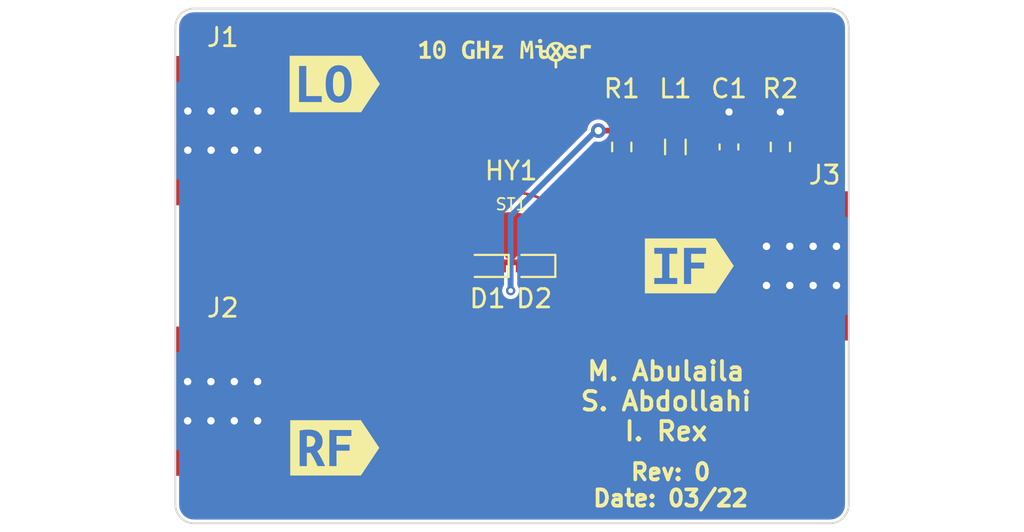
<source format=kicad_pcb>
(kicad_pcb (version 20211014) (generator pcbnew)
  (layers (0 "F.Cu" signal) (1 "In1.Cu" power) (2 "In2.Cu" power) (31 "B.Cu" signal) (34 "B.Paste" user) (35 "F.Paste" user) (36 "B.SilkS" user "B.Silkscreen") (37 "F.SilkS" user "F.Silkscreen") (38 "B.Mask" user) (39 "F.Mask" user) (44 "Edge.Cuts" user))
  (net 0 "")
  (net 1 "/IF_FILTERED")
  (net 2 "GND")
  (net 3 "/IF_UNFILTERED")
  (net 4 "/SUM")
  (net 5 "/DIFF")
  (net 6 "/RF")
  (net 7 "/LO")
  (net 8 "Net-(L1-Pad1)")
  (footprint "irex_Connector_Coaxial:SMA_Cinch_142-0761-861_EdgeMount" (layer "F.Cu") (at 78.221688 111.76 90)
    (fp_text reference "J2" (at 5.08 2.042312 unlocked) (layer "F.SilkS"))
    (fp_text value "SMA")
    (pad "1" smd rect (at 0 0 90) (size 0.508 1.016) (layers "F.Cu" "F.Mask") (net 6 "/RF"))
    (pad "2" thru_hole circle (at 1.0668 3.937 90) (size 0.762 0.762) (drill 0.4064) (layers *.Cu "F.Mask") (net 2 "GND"))
    (pad "2" smd rect (at 0 0.381 90) (size 5.334 1.778) (layers "B.Cu" "B.Mask") (net 2 "GND"))
    (pad "2" thru_hole circle (at -1.0668 0.127 90) (size 0.762 0.762) (drill 0.4064) (layers *.Cu *.Mask) (net 2 "GND"))
    (pad "2" thru_hole circle (at -1.0668 1.397 90) (size 0.762 0.762) (drill 0.4064) (layers *.Cu "F.Mask") (net 2 "GND"))
    (pad "2" smd rect (at 2.34061 2.2606 90) (size 3.44932 5.5372) (layers "F.Cu" "F.Mask") (net 2 "GND"))
    (pad "2" thru_hole circle (at -1.0668 2.667 90) (size 0.762 0.762) (drill 0.4064) (layers *.Cu "F.Mask") (net 2 "GND"))
    (pad "2" smd rect (at -2.34061 2.2606 90) (size 3.44932 5.5372) (layers "F.Cu" "F.Mask") (net 2 "GND"))
    (pad "2" thru_hole circle (at -1.0668 3.937 90) (size 0.762 0.762) (drill 0.4064) (layers *.Cu "F.Mask") (net 2 "GND"))
    (pad "2" thru_hole circle (at 1.0668 1.397 90) (size 0.762 0.762) (drill 0.4064) (layers *.Cu "F.Mask") (net 2 "GND"))
    (pad "2" thru_hole circle (at 1.0668 2.667 90) (size 0.762 0.762) (drill 0.4064) (layers *.Cu "F.Mask") (net 2 "GND"))
    (pad "2" thru_hole circle (at 1.0668 0.127 90) (size 0.762 0.762) (drill 0.4064) (layers *.Cu *.Mask) (net 2 "GND"))
  )
  (footprint "Geometries_MLIN:RadialStub_L99.00mils_TraceWidth13.50mils_Angle80deg" (layer "F.Cu") (at 95.9485 104.047925)
    (fp_text reference "ST1" (at 0.0127 -3.006725) (layer "F.SilkS") (effects (font (size 0.635 0.635) (thickness 0.09525))))
    (fp_text value "10GHz GND" hide)
    (pad "1" smd custom locked (at 0 -0.085725) (size 0.3429 0.17145) (layers "F.Cu") (net 3 "/IF_UNFILTERED") (options (clearance outline) (anchor rect)) (primitives (gr_poly (pts (xy -0.17145 0.085725) (xy -1.787804 -1.84057) (xy -1.634824 -1.960091) (xy -1.47388 -2.068649) (xy -1.305755 -2.165716) (xy -1.131268 -2.250819) (xy -0.95127 -2.323543) (xy -0.766638 -2.383534) (xy -0.578271 -2.430499) (xy -0.387086 -2.46421) (xy -0.194016 -2.484503) (xy 0 -2.491278) (xy 0.194016 -2.484503) (xy 0.387086 -2.46421) (xy 0.578271 -2.430499) (xy 0.766638 -2.383534) (xy 0.95127 -2.323543) (xy 1.131268 -2.250819) (xy 1.305755 -2.165716) (xy 1.47388 -2.068649) (xy 1.634824 -1.960091) (xy 1.787804 -1.84057) (xy 0.17145 0.085725)) (width 0) (fill yes))))
  )
  (footprint "kibuzzard-623945C3" (layer "F.Cu") (at 95.631 92.583)
    (fp_text reference "kibuzzard-623945C3" hide)
    (fp_text value "G***" hide)
    (fp_poly (pts (xy -0.870744 -0.450056) (xy -0.870744 0.532606) (xy -1.066006 0.532606) (xy -1.066006 0.099219) (xy -1.326356 0.099219) (xy -1.326356 0.532606) (xy -1.521619 0.532606) (xy -1.521619 -0.450056) (xy -1.326356 -0.450056) (xy -1.326356 -0.062706) (xy -1.066006 -0.062706) (xy -1.066006 -0.450056) (xy -0.870744 -0.450056)) (layer "F.SilkS") (width 0) (fill solid))
    (fp_poly (pts (xy 2.323306 0.500856) (xy 2.2098 0.53975) (xy 2.112169 0.550069) (xy 2.04212 0.544513) (xy 1.984375 0.527844) (xy 1.901825 0.46355) (xy 1.858169 0.361156) (xy 1.848644 0.296466) (xy 1.845469 0.223044) (xy 1.845469 -0.051594) (xy 1.639094 -0.051594) (xy 1.639094 -0.213519) (xy 2.040731 -0.213519) (xy 2.040731 0.248444) (xy 2.065338 0.347663) (xy 2.147094 0.380206) (xy 2.212181 0.373063) (xy 2.297906 0.343694) (xy 2.323306 0.500856)) (layer "F.SilkS") (width 0) (fill solid))
    (fp_poly (pts (xy 3.218656 0.165894) (xy 3.718719 0.088106) (xy 3.710781 0.030163) (xy 3.685381 -0.019844) (xy 3.640931 -0.055563) (xy 3.574256 -0.069056) (xy 3.508375 -0.056356) (xy 3.462338 -0.021431) (xy 3.433763 0.029369) (xy 3.420269 0.088106) (xy 3.718719 0.088106) (xy 3.218656 0.165894) (xy 3.226197 0.073422) (xy 3.248819 -0.007144) (xy 3.283744 -0.075605) (xy 3.328194 -0.131763) (xy 3.380978 -0.175617) (xy 3.440906 -0.207169) (xy 3.5052 -0.226219) (xy 3.571081 -0.232569) (xy 3.672328 -0.221721) (xy 3.755937 -0.189177) (xy 3.821906 -0.134938) (xy 3.869531 -0.059884) (xy 3.898106 0.035101) (xy 3.907631 0.150019) (xy 3.906838 0.189706) (xy 3.904456 0.223044) (xy 3.420269 0.223044) (xy 3.43535 0.28833) (xy 3.480594 0.338138) (xy 3.54965 0.369689) (xy 3.636169 0.380206) (xy 3.748088 0.367506) (xy 3.837781 0.342106) (xy 3.864769 0.508794) (xy 3.756819 0.538163) (xy 3.628231 0.550069) (xy 3.537942 0.543917) (xy 3.457575 0.525463) (xy 3.387725 0.494903) (xy 3.328988 0.452438) (xy 3.281958 0.398264) (xy 3.247231 0.332581) (xy 3.2258 0.255191) (xy 3.218656 0.165894)) (layer "F.SilkS") (width 0) (fill solid))
    (fp_poly (pts (xy 2.778919 0.019844) (xy 2.931319 -0.213519) (xy 3.129756 -0.213519) (xy 2.888456 0.145256) (xy 2.963069 0.242888) (xy 3.032919 0.346869) (xy 3.093244 0.446881) (xy 3.139281 0.532606) (xy 2.936081 0.532606) (xy 2.893219 0.456009) (xy 2.850356 0.388144) (xy 2.808684 0.327819) (xy 2.769394 0.273844) (xy 2.72415 0.33655) (xy 2.683669 0.397669) (xy 2.645172 0.461566) (xy 2.605881 0.532606) (xy 2.407444 0.532606) (xy 2.462213 0.439738) (xy 2.5273 0.341313) (xy 2.598738 0.242094) (xy 2.670969 0.148431) (xy 2.409031 -0.213519) (xy 2.613819 -0.213519) (xy 2.778919 0.019844)) (layer "F.SilkS") (width 0) (fill solid))
    (fp_poly (pts (xy -4.429919 0.370681) (xy -4.429919 -0.178594) (xy -4.531519 -0.122238) (xy -4.628356 -0.083344) (xy -4.691856 -0.245269) (xy -4.609306 -0.281781) (xy -4.520406 -0.330994) (xy -4.436269 -0.388144) (xy -4.368006 -0.450056) (xy -4.234656 -0.450056) (xy -4.234656 0.370681) (xy -4.039394 0.370681) (xy -4.039394 0.532606) (xy -4.636294 0.532606) (xy -4.636294 0.370681) (xy -4.429919 0.370681)) (layer "F.SilkS") (width 0) (fill solid))
    (fp_poly (pts (xy -0.123031 -0.070644) (xy -0.186531 0.004763) (xy -0.229592 0.057745) (xy -0.276225 0.116681) (xy -0.324644 0.179983) (xy -0.373063 0.246063) (xy -0.418902 0.310952) (xy -0.459581 0.370681) (xy -0.107156 0.370681) (xy -0.107156 0.532606) (xy -0.692944 0.532606) (xy -0.692944 0.413544) (xy -0.654844 0.352425) (xy -0.613569 0.289719) (xy -0.570706 0.226814) (xy -0.527844 0.1651) (xy -0.485378 0.10537) (xy -0.443706 0.048419) (xy -0.369094 -0.051594) (xy -0.677069 -0.051594) (xy -0.677069 -0.213519) (xy -0.123031 -0.213519) (xy -0.123031 -0.070644)) (layer "F.SilkS") (width 0) (fill solid))
    (fp_poly (pts (xy -3.488531 0.023019) (xy -3.513138 0.096838) (xy -3.575844 0.127794) (xy -3.640931 0.096838) (xy -3.664744 0.023019) (xy -3.640931 -0.051594) (xy -3.575844 -0.083344) (xy -3.513138 -0.051594) (xy -3.488531 0.023019)) (layer "F.SilkS") (width 0) (fill solid))
    (fp_poly (pts (xy -1.891506 -0.302419) (xy -2.008981 -0.277019) (xy -2.087563 -0.206375) (xy -2.132013 -0.098425) (xy -2.142133 -0.032345) (xy -2.145506 0.040481) (xy -2.139333 0.147638) (xy -2.120812 0.234156) (xy -2.089944 0.300038) (xy -2.021284 0.362545) (xy -1.926431 0.383381) (xy -1.888331 0.381794) (xy -1.850231 0.377031) (xy -1.850231 0.018256) (xy -1.654969 0.018256) (xy -1.654969 0.508794) (xy -1.763713 0.537369) (xy -1.84527 0.549275) (xy -1.942306 0.553244) (xy -2.029817 0.545108) (xy -2.1082 0.5207) (xy -2.176661 0.480219) (xy -2.234406 0.423863) (xy -2.280841 0.351631) (xy -2.315369 0.263525) (xy -2.3368 0.159742) (xy -2.343944 0.040481) (xy -2.335609 -0.077589) (xy -2.310606 -0.180975) (xy -2.271316 -0.26928) (xy -2.220119 -0.342106) (xy -2.157809 -0.399058) (xy -2.085181 -0.439738) (xy -2.004616 -0.464145) (xy -1.918494 -0.472281) (xy -1.8161 -0.46355) (xy -1.737519 -0.443706) (xy -1.68275 -0.419894) (xy -1.650206 -0.400844) (xy -1.701006 -0.245269) (xy -1.786731 -0.284956) (xy -1.891506 -0.302419)) (layer "F.SilkS") (width 0) (fill solid))
    (fp_poly (pts (xy 1.043781 -0.450056) (xy 1.071563 -0.364331) (xy 1.107281 -0.251619) (xy 1.145381 -0.129381) (xy 1.181894 -0.015081) (xy 1.221581 -0.136525) (xy 1.261269 -0.257175) (xy 1.296194 -0.365919) (xy 1.324769 -0.450056) (xy 1.486694 -0.450056) (xy 1.497608 -0.323056) (xy 1.508125 -0.199231) (xy 1.51765 -0.077589) (xy 1.525588 0.042863) (xy 1.532136 0.163116) (xy 1.537494 0.284163) (xy 1.541859 0.406995) (xy 1.545431 0.532606) (xy 1.366044 0.532606) (xy 1.375569 -0.230981) (xy 1.254919 0.184944) (xy 1.112044 0.184944) (xy 0.996156 -0.230981) (xy 1.004094 0.532606) (xy 0.824706 0.532606) (xy 0.829667 0.409575) (xy 0.835025 0.281781) (xy 0.84078 0.152003) (xy 0.846931 0.023019) (xy 0.853877 -0.103584) (xy 0.862013 -0.226219) (xy 0.871339 -0.342503) (xy 0.881856 -0.450056) (xy 1.043781 -0.450056)) (layer "F.SilkS") (width 0) (fill solid))
    (fp_poly (pts (xy 4.656931 -0.015081) (xy 4.611688 -0.024606) (xy 4.558506 -0.033338) (xy 4.506119 -0.038894) (xy 4.463256 -0.040481) (xy 4.382294 -0.036513) (xy 4.301331 -0.021431) (xy 4.301331 0.532606) (xy 4.104481 0.532606) (xy 4.104481 -0.164306) (xy 4.183261 -0.190103) (xy 4.264025 -0.210344) (xy 4.352727 -0.223441) (xy 4.455319 -0.227806) (xy 4.500563 -0.226219) (xy 4.563269 -0.220663) (xy 4.630738 -0.211138) (xy 4.691856 -0.196056) (xy 4.656931 -0.015081)) (layer "F.SilkS") (width 0) (fill solid))
    (fp_poly (pts (xy 2.032794 -0.427831) (xy 1.996281 -0.337344) (xy 1.908969 -0.304006) (xy 1.82245 -0.337344) (xy 1.786731 -0.427831) (xy 1.82245 -0.519906) (xy 1.908969 -0.553244) (xy 1.996281 -0.519906) (xy 2.032794 -0.427831)) (layer "F.SilkS") (width 0) (fill solid))
    (fp_poly (pts (xy -3.236119 0.038894) (xy -3.412331 0.038894) (xy -3.417006 -0.064382) (xy -3.431028 -0.149842) (xy -3.4544 -0.217488) (xy -3.506192 -0.283567) (xy -3.577431 -0.305594) (xy -3.647678 -0.283567) (xy -3.699669 -0.217488) (xy -3.723481 -0.149842) (xy -3.737769 -0.064382) (xy -3.742531 0.038894) (xy -3.737769 0.143051) (xy -3.723481 0.229041) (xy -3.699669 0.296863) (xy -3.647678 0.362942) (xy -3.577431 0.384969) (xy -3.506192 0.362942) (xy -3.4544 0.296863) (xy -3.431028 0.229041) (xy -3.417006 0.143051) (xy -3.412331 0.038894) (xy -3.236119 0.038894) (xy -3.241576 0.160734) (xy -3.257947 0.265906) (xy -3.285232 0.354409) (xy -3.323431 0.426244) (xy -3.390459 0.496799) (xy -3.475126 0.539133) (xy -3.577431 0.553244) (xy -3.679737 0.539133) (xy -3.764403 0.496799) (xy -3.831431 0.426244) (xy -3.86963 0.354409) (xy -3.896916 0.265906) (xy -3.913287 0.160734) (xy -3.918744 0.038894) (xy -3.913188 -0.081558) (xy -3.896519 -0.185738) (xy -3.868738 -0.273645) (xy -3.829844 -0.345281) (xy -3.762287 -0.415837) (xy -3.678149 -0.45817) (xy -3.577431 -0.472281) (xy -3.475126 -0.458258) (xy -3.390459 -0.41619) (xy -3.323431 -0.346075) (xy -3.285232 -0.274687) (xy -3.257947 -0.18673) (xy -3.241576 -0.082203) (xy -3.236119 0.038894)) (layer "F.SilkS") (width 0) (fill solid))
  )
  (footprint "Capacitor_SMD:C_0603_1608Metric" (layer "F.Cu") (at 107.823 97.917 90)
    (fp_text reference "C1" (at 3.175 0.004668 180) (layer "F.SilkS"))
    (fp_text value "C")
    (fp_line (start -0.14058 -0.51) (end 0.14058 -0.51) (layer "F.SilkS") (width 0.12))
    (fp_line (start -0.14058 0.51) (end 0.14058 0.51) (layer "F.SilkS") (width 0.12))
    (pad "1" smd roundrect (at -0.775 0 90) (size 0.9 0.95) (layers "F.Cu" "F.Paste" "F.Mask") (net 1 "/IF_FILTERED"))
    (pad "2" smd roundrect (at 0.775 0 90) (size 0.9 0.95) (layers "F.Cu" "F.Paste" "F.Mask") (net 2 "GND"))
  )
  (footprint "irex_Connector_Coaxial:SMA_Cinch_142-0761-861_EdgeMount" (layer "F.Cu") (at 78.232 97.028 90)
    (fp_text reference "J1" (at 5.08 2.032 unlocked) (layer "F.SilkS"))
    (fp_text value "SMA")
    (pad "1" smd rect (at 0 0 90) (size 0.508 1.016) (layers "F.Cu" "F.Mask") (net 7 "/LO"))
    (pad "2" smd rect (at 2.34061 2.2606 90) (size 3.44932 5.5372) (layers "F.Cu" "F.Mask") (net 2 "GND"))
    (pad "2" thru_hole circle (at 1.0668 2.667 90) (size 0.762 0.762) (drill 0.4064) (layers *.Cu "F.Mask") (net 2 "GND"))
    (pad "2" thru_hole circle (at 1.0668 1.397 90) (size 0.762 0.762) (drill 0.4064) (layers *.Cu "F.Mask") (net 2 "GND"))
    (pad "2" thru_hole circle (at 1.0668 0.127 90) (size 0.762 0.762) (drill 0.4064) (layers *.Cu *.Mask) (net 2 "GND"))
    (pad "2" smd rect (at -2.34061 2.2606 90) (size 3.44932 5.5372) (layers "F.Cu" "F.Mask") (net 2 "GND"))
    (pad "2" thru_hole circle (at -1.0668 3.937 90) (size 0.762 0.762) (drill 0.4064) (layers *.Cu "F.Mask") (net 2 "GND"))
    (pad "2" thru_hole circle (at -1.0668 2.667 90) (size 0.762 0.762) (drill 0.4064) (layers *.Cu "F.Mask") (net 2 "GND"))
    (pad "2" thru_hole circle (at -1.0668 0.127 90) (size 0.762 0.762) (drill 0.4064) (layers *.Cu *.Mask) (net 2 "GND"))
    (pad "2" thru_hole circle (at -1.0668 1.397 90) (size 0.762 0.762) (drill 0.4064) (layers *.Cu "F.Mask") (net 2 "GND"))
    (pad "2" smd rect (at 0 0.381 90) (size 5.334 1.778) (layers "B.Cu" "B.Mask") (net 2 "GND"))
    (pad "2" thru_hole circle (at 1.0668 3.937 90) (size 0.762 0.762) (drill 0.4064) (layers *.Cu "F.Mask") (net 2 "GND"))
  )
  (footprint "Diode_SMD:D_SOD-523" (layer "F.Cu") (at 97.2185 104.394 180)
    (fp_text reference "D2" (at 0 -1.778) (layer "F.SilkS"))
    (fp_text value "SMS7621-079LF")
    (fp_line (start 0.7 0.6) (end -1.15 0.6) (layer "F.SilkS") (width 0.12))
    (fp_line (start -1.15 -0.6) (end -1.15 0.6) (layer "F.SilkS") (width 0.12))
    (fp_line (start 0.7 -0.6) (end -1.15 -0.6) (layer "F.SilkS") (width 0.12))
    (pad "1" smd rect (at -0.7 0) (size 0.6 0.7) (layers "F.Cu" "F.Paste" "F.Mask") (net 5 "/DIFF"))
    (pad "2" smd rect (at 0.7 0) (size 0.6 0.7) (layers "F.Cu" "F.Paste" "F.Mask") (net 3 "/IF_UNFILTERED"))
  )
  (footprint "Geometries_MLIN:RatRaceCoupler_Radius158.00mils_TraceWidth5.90mils" (layer "F.Cu") (at 95.9485 104.394 -30)
    (fp_text reference "HY1" (at -2.579801 -4.493747) (layer "F.SilkS"))
    (fp_text value "10GHz Rat Race")
    (fp_circle (center 0 0) (end 4.0132 0) (layer "F.Cu") (width 0.14986) (fill none))
    (pad "1" smd circle locked (at -4.0132 0 330) (size 0.14986 0.14986) (layers "F.Cu") (net 7 "/LO"))
    (pad "2" smd circle locked (at -2.0066 3.475533 330) (size 0.14986 0.14986) (layers "F.Cu") (net 4 "/SUM"))
    (pad "3" smd circle locked (at 2.0066 3.475533 330) (size 0.14986 0.14986) (layers "F.Cu") (net 6 "/RF"))
    (pad "4" smd circle locked (at 4.0132 0 330) (size 0.14986 0.14986) (layers "F.Cu") (net 5 "/DIFF"))
  )
  (footprint "kibuzzard-623F2807" (layer "F.Cu") (at 86.36 114.3)
    (fp_text reference "kibuzzard-623F2807" hide)
    (fp_text value "G***" hide)
    (fp_poly (pts (xy -1.911835 -1.506405) (xy -1.403835 -0.993775) (xy -1.243498 -0.98425) (xy -1.099035 -0.955675) (xy -0.972035 -0.907256) (xy -0.864085 -0.8382) (xy -0.713273 -0.636588) (xy -0.673982 -0.503634) (xy -0.660885 -0.34925) (xy -0.678348 -0.185738) (xy -0.730735 -0.0381) (xy -0.823604 0.084931) (xy -0.96251 0.174625) (xy -0.29576 0.993775) (xy -0.29576 -0.97155) (xy 0.907565 -0.97155) (xy 0.907565 -0.6477) (xy 0.094765 -0.6477) (xy 0.094765 -0.17145) (xy 0.805965 -0.17145) (xy 0.805965 0.1524) (xy 0.094765 0.1524) (xy 0.094765 0.993775) (xy -0.29576 0.993775) (xy -0.96251 0.174625) (xy -0.84821 0.357188) (xy -0.730735 0.566738) (xy -0.621198 0.785813) (xy -0.53071 0.993775) (xy -0.940285 0.993775) (xy -1.019263 0.806847) (xy -1.110148 0.627063) (xy -1.210557 0.449659) (xy -1.31811 0.269875) (xy -1.52131 0.269875) (xy -1.52131 0.993775) (xy -1.911835 0.993775) (xy -1.911835 -0.942975) (xy -1.786423 -0.966788) (xy -1.64831 -0.982663) (xy -1.51496 -0.9906) (xy -1.403835 -0.993775) (xy -1.911835 -1.506405) (xy -2.424465 -1.506405) (xy -2.424465 1.506405) (xy -1.911835 1.506405) (xy 0.907565 1.506405) (xy 1.420195 1.506405) (xy 2.424465 0) (xy 1.420195 -1.506405) (xy 0.907565 -1.506405) (xy -1.911835 -1.506405)) (layer "F.SilkS") (width 0) (fill solid))
    (fp_poly (pts (xy -1.05776 -0.352425) (xy -1.081573 -0.487363) (xy -1.15301 -0.581025) (xy -1.263341 -0.635794) (xy -1.403835 -0.65405) (xy -1.45781 -0.652463) (xy -1.52131 -0.644525) (xy -1.52131 -0.053975) (xy -1.435585 -0.053975) (xy -1.263341 -0.073422) (xy -1.14666 -0.131763) (xy -1.05776 -0.352425)) (layer "F.SilkS") (width 0) (fill solid))
  )
  (footprint "kibuzzard-62394568" (layer "F.Cu") (at 105.664 104.394)
    (fp_text reference "kibuzzard-62394568" hide)
    (fp_text value "G***" hide)
    (fp_poly (pts (xy -1.908131 -1.495293) (xy -1.908131 -0.982663) (xy -0.660356 -0.982663) (xy -0.660356 -0.658813) (xy -1.085806 -0.658813) (xy -1.085806 0.658813) (xy -0.660356 0.658813) (xy -0.292056 0.982663) (xy -0.292056 -0.982663) (xy 0.911269 -0.982663) (xy 0.911269 -0.658813) (xy 0.098469 -0.658813) (xy 0.098469 -0.182563) (xy 0.809669 -0.182563) (xy 0.809669 0.141288) (xy 0.098469 0.141288) (xy 0.098469 0.982663) (xy -0.292056 0.982663) (xy -0.660356 0.658813) (xy -0.660356 0.982663) (xy -1.908131 0.982663) (xy -1.908131 0.658813) (xy -1.479506 0.658813) (xy -1.479506 -0.658813) (xy -1.908131 -0.658813) (xy -1.908131 -0.982663) (xy -1.908131 -1.495293) (xy -2.420761 -1.495293) (xy -2.420761 1.495293) (xy -1.908131 1.495293) (xy 0.911269 1.495293) (xy 1.423899 1.495293) (xy 2.420761 0) (xy 1.423899 -1.495293) (xy 0.911269 -1.495293) (xy -1.908131 -1.495293)) (layer "F.SilkS") (width 0) (fill solid))
  )
  (footprint "Resistor_SMD:R_0603_1608Metric" (layer "F.Cu") (at 101.985668 97.917 -90)
    (fp_text reference "R1" (at -3.175 0 180) (layer "F.SilkS"))
    (fp_text value "R")
    (fp_line (start -0.237258 -0.5225) (end 0.237258 -0.5225) (layer "F.SilkS") (width 0.12))
    (fp_line (start -0.237258 0.5225) (end 0.237258 0.5225) (layer "F.SilkS") (width 0.12))
    (pad "1" smd roundrect (at -0.825 0 270) (size 0.8 0.95) (layers "F.Cu" "F.Paste" "F.Mask") (net 3 "/IF_UNFILTERED"))
    (pad "2" smd roundrect (at 0.825 0 270) (size 0.8 0.95) (layers "F.Cu" "F.Paste" "F.Mask") (net 8 "Net-(L1-Pad1)"))
  )
  (footprint "Resistor_SMD:R_0603_1608Metric" (layer "F.Cu") (at 110.621668 97.917 -90)
    (fp_text reference "R2" (at -3.175 0 180) (layer "F.SilkS"))
    (fp_text value "R")
    (fp_line (start -0.237258 0.5225) (end 0.237258 0.5225) (layer "F.SilkS") (width 0.12))
    (fp_line (start -0.237258 -0.5225) (end 0.237258 -0.5225) (layer "F.SilkS") (width 0.12))
    (pad "1" smd roundrect (at -0.825 0 270) (size 0.8 0.95) (layers "F.Cu" "F.Paste" "F.Mask") (net 2 "GND"))
    (pad "2" smd roundrect (at 0.825 0 270) (size 0.8 0.95) (layers "F.Cu" "F.Paste" "F.Mask") (net 1 "/IF_FILTERED"))
  )
  (footprint "Diode_SMD:D_SOD-523" (layer "F.Cu") (at 94.6785 104.394 180)
    (fp_text reference "D1" (at 0 -1.778) (layer "F.SilkS"))
    (fp_text value "SMS7621-079LF")
    (fp_line (start 0.7 -0.6) (end -1.15 -0.6) (layer "F.SilkS") (width 0.12))
    (fp_line (start 0.7 0.6) (end -1.15 0.6) (layer "F.SilkS") (width 0.12))
    (fp_line (start -1.15 -0.6) (end -1.15 0.6) (layer "F.SilkS") (width 0.12))
    (pad "1" smd rect (at -0.7 0) (size 0.6 0.7) (layers "F.Cu" "F.Paste" "F.Mask") (net 3 "/IF_UNFILTERED"))
    (pad "2" smd rect (at 0.7 0) (size 0.6 0.7) (layers "F.Cu" "F.Paste" "F.Mask") (net 4 "/SUM"))
  )
  (footprint "Inductor_SMD:L_0805_2012Metric" (layer "F.Cu") (at 104.904334 97.917 -90)
    (fp_text reference "L1" (at -3.175 -0.002334 180) (layer "F.SilkS"))
    (fp_text value "L")
    (fp_line (start -0.399622 -0.56) (end 0.399622 -0.56) (layer "F.SilkS") (width 0.12))
    (fp_line (start -0.399622 0.56) (end 0.399622 0.56) (layer "F.SilkS") (width 0.12))
    (pad "1" smd roundrect (at -1.0625 0 270) (size 0.875 1.2) (layers "F.Cu" "F.Paste" "F.Mask") (net 8 "Net-(L1-Pad1)"))
    (pad "2" smd roundrect (at 1.0625 0 270) (size 0.875 1.2) (layers "F.Cu" "F.Paste" "F.Mask") (net 1 "/IF_FILTERED"))
  )
  (footprint "kibuzzard-623F27F5" (layer "F.Cu") (at 86.36 94.488)
    (fp_text reference "kibuzzard-623F27F5" hide)
    (fp_text value "G***" hide)
    (fp_poly (pts (xy -0.099968 0) (xy -0.09719 0.138509) (xy -0.088856 0.268288) (xy -0.044406 0.485775) (xy 0.049257 0.631825) (xy 0.211182 0.6858) (xy 0.371519 0.631825) (xy 0.466769 0.484188) (xy 0.511219 0.2667) (xy 0.519553 0.138113) (xy 0.522332 0) (xy 0.519553 -0.138509) (xy 0.511219 -0.268288) (xy 0.466769 -0.485775) (xy 0.373107 -0.631825) (xy 0.211182 -0.6858) (xy 0.049257 -0.631825) (xy -0.044406 -0.484188) (xy -0.088856 -0.2667) (xy -0.09719 -0.138113) (xy -0.099968 0)) (layer "F.SilkS") (width 0) (fill solid))
    (fp_poly (pts (xy -1.944643 -1.538155) (xy -1.944643 -0.981075) (xy -1.550943 -0.981075) (xy -1.550943 0.6604) (xy -0.709568 0.6604) (xy -0.709568 0.98425) (xy -0.496843 0) (xy -0.485136 -0.238423) (xy -0.450012 -0.445691) (xy -0.391473 -0.621804) (xy -0.309518 -0.766763) (xy -0.168407 -0.910519) (xy 0.005159 -0.996774) (xy 0.211182 -1.025525) (xy 0.423554 -0.996774) (xy 0.599237 -0.910519) (xy 0.738232 -0.766763) (xy 0.817408 -0.621804) (xy 0.873963 -0.445691) (xy 0.907896 -0.238423) (xy 0.919207 0) (xy 0.907697 0.238423) (xy 0.873169 0.445691) (xy 0.815622 0.621804) (xy 0.735057 0.766763) (xy 0.595357 0.910519) (xy 0.42179 0.996774) (xy 0.214357 1.025525) (xy 0.001808 0.996774) (xy -0.174405 0.910519) (xy -0.314281 0.766763) (xy -0.394152 0.621804) (xy -0.451203 0.445691) (xy -0.485433 0.238423) (xy -0.496843 0) (xy -0.709568 0.98425) (xy -1.944643 0.98425) (xy -1.944643 -0.981075) (xy -1.944643 -1.538155) (xy -2.457274 -1.538155) (xy -2.457274 1.538155) (xy -1.944643 1.538155) (xy 0.919207 1.538155) (xy 1.431837 1.538155) (xy 2.457274 0) (xy 1.431837 -1.538155) (xy 0.919207 -1.538155) (xy -1.944643 -1.538155)) (layer "F.SilkS") (width 0) (fill solid))
  )
  (footprint "irex_Connector_Coaxial:SMA_Cinch_142-0761-861_EdgeMount" (layer "F.Cu") (at 113.802312 104.394 -90)
    (fp_text reference "J3" (at -4.953 0.7723 unlocked) (layer "F.SilkS"))
    (fp_text value "SMA")
    (pad "1" smd rect (at 0 0 270) (size 0.508 1.016) (layers "F.Cu" "F.Mask") (net 1 "/IF_FILTERED"))
    (pad "2" thru_hole circle (at -1.0668 0.127 270) (size 0.762 0.762) (drill 0.4064) (layers *.Cu *.Mask) (net 2 "GND"))
    (pad "2" thru_hole circle (at 1.0668 3.937 270) (size 0.762 0.762) (drill 0.4064) (layers *.Cu "F.Mask") (net 2 "GND"))
    (pad "2" thru_hole circle (at 1.0668 2.667 270) (size 0.762 0.762) (drill 0.4064) (layers *.Cu "F.Mask") (net 2 "GND"))
    (pad "2" thru_hole circle (at 1.0668 1.397 270) (size 0.762 0.762) (drill 0.4064) (layers *.Cu "F.Mask") (net 2 "GND"))
    (pad "2" smd rect (at -2.34061 2.2606 270) (size 3.44932 5.5372) (layers "F.Cu" "F.Mask") (net 2 "GND"))
    (pad "2" thru_hole circle (at 1.0668 0.127 270) (size 0.762 0.762) (drill 0.4064) (layers *.Cu *.Mask) (net 2 "GND"))
    (pad "2" smd rect (at 0 0.381 270) (size 5.334 1.778) (layers "B.Cu" "B.Mask") (net 2 "GND"))
    (pad "2" thru_hole circle (at -1.0668 2.667 270) (size 0.762 0.762) (drill 0.4064) (layers *.Cu "F.Mask") (net 2 "GND"))
    (pad "2" thru_hole circle (at -1.0668 1.397 270) (size 0.762 0.762) (drill 0.4064) (layers *.Cu "F.Mask") (net 2 "GND"))
    (pad "2" smd rect (at 2.34061 2.2606 270) (size 3.44932 5.5372) (layers "F.Cu" "F.Mask") (net 2 "GND"))
    (pad "2" thru_hole circle (at -1.0668 3.937 270) (size 0.762 0.762) (drill 0.4064) (layers *.Cu "F.Mask") (net 2 "GND"))
  )
  (gr_line (start 98.3996 93.202373) (end 98.3996 93.5736) (layer "F.SilkS") (width 0.15))
  (gr_circle (center 98.3996 92.7354) (end 98.7298 93.0656) (layer "F.SilkS") (width 0.15) (fill none))
  (gr_line (start 97.932627 92.71) (end 97.663 92.71) (layer "F.SilkS") (width 0.15))
  (gr_arc (start 77.68042 91.39642) (mid 77.978 90.678) (end 78.69642 90.38042) (layer "Edge.Cuts") (width 0.1))
  (gr_line (start 78.69642 90.38042) (end 113.32758 90.38042) (layer "Edge.Cuts") (width 0.1))
  (gr_arc (start 114.34358 117.39158) (mid 114.046 118.11) (end 113.32758 118.40758) (layer "Edge.Cuts") (width 0.1))
  (gr_line (start 114.34358 91.39642) (end 114.34358 117.39158) (layer "Edge.Cuts") (width 0.1))
  (gr_arc (start 113.32758 90.38042) (mid 114.046 90.678) (end 114.34358 91.39642) (layer "Edge.Cuts") (width 0.1))
  (gr_arc (start 78.69642 118.40758) (mid 77.978 118.11) (end 77.68042 117.39158) (layer "Edge.Cuts") (width 0.1))
  (gr_line (start 113.32758 118.40758) (end 78.69642 118.40758) (layer "Edge.Cuts") (width 0.1))
  (gr_line (start 77.68042 117.39158) (end 77.68042 91.39642) (layer "Edge.Cuts") (width 0.1))
  (gr_text "M. Abulaila\nS. Abdollahi\nI. Rex" (at 104.394 111.76) (layer "F.SilkS") (effects (font (size 1.016 1.016) (thickness 0.2032))))
  (gr_text "Rev: 0\nDate: 03/22" (at 104.648 116.332) (layer "F.SilkS") (effects (font (size 0.889 0.889) (thickness 0.2032))))
  (segment (start 107.873 98.742) (end 107.823 98.692) (width 0.254) (layer "F.Cu") (net 1))
  (segment (start 113.6753 104.394) (end 108.204 104.394) (width 0.254) (layer "F.Cu") (net 1))
  (segment (start 104.904334 101.094334) (end 104.904334 98.9795) (width 0.254) (layer "F.Cu") (net 1))
  (segment (start 104.904334 98.9795) (end 107.5355 98.9795) (width 0.254) (layer "F.Cu") (net 1))
  (segment (start 108.204 104.394) (end 104.904334 101.094334) (width 0.254) (layer "F.Cu") (net 1))
  (segment (start 107.5355 98.9795) (end 107.823 98.692) (width 0.254) (layer "F.Cu") (net 1))
  (segment (start 110.621668 98.742) (end 107.873 98.742) (width 0.254) (layer "F.Cu") (net 1))
  (segment (start 107.823 96.016668) (end 107.827668 96.012) (width 0.254) (layer "F.Cu") (net 2))
  (segment (start 110.621668 97.092) (end 110.621668 96.012) (width 0.254) (layer "F.Cu") (net 2))
  (segment (start 107.823 97.142) (end 107.823 96.016668) (width 0.254) (layer "F.Cu") (net 2))
  (via (at 110.621668 96.012) (size 0.8) (drill 0.4) (layers "F.Cu" "B.Cu") (net 2))
  (via (at 107.827668 96.012) (size 0.8) (drill 0.4) (layers "F.Cu" "B.Cu") (net 2))
  (segment (start 95.3785 104.343351) (end 95.52272 104.199131) (width 0.31242) (layer "F.Cu") (net 3))
  (segment (start 95.9358 105.7402) (end 95.9358 104.270962) (width 0.31242) (layer "F.Cu") (net 3))
  (segment (start 95.9485 103.9622) (end 95.9485 104.14) (width 0.31242) (layer "F.Cu") (net 3))
  (segment (start 95.9485 104.14) (end 96.007631 104.199131) (width 0.31242) (layer "F.Cu") (net 3))
  (segment (start 96.323631 104.199131) (end 96.5185 104.394) (width 0.31242) (layer "F.Cu") (net 3))
  (segment (start 96.007631 104.199131) (end 96.323631 104.199131) (width 0.31242) (layer "F.Cu") (net 3))
  (segment (start 101.921668 97.028) (end 101.985668 97.092) (width 0.31242) (layer "F.Cu") (net 3))
  (segment (start 96.5185 104.394) (end 96.5185 104.292634) (width 0.31242) (layer "F.Cu") (net 3))
  (segment (start 95.52272 104.199131) (end 96.007631 104.199131) (width 0.31242) (layer "F.Cu") (net 3))
  (segment (start 95.3785 104.394) (end 95.3785 104.343351) (width 0.31242) (layer "F.Cu") (net 3))
  (segment (start 100.711 97.028) (end 101.921668 97.028) (width 0.31242) (layer "F.Cu") (net 3))
  (segment (start 95.9358 104.270962) (end 96.007631 104.199131) (width 0.31242) (layer "F.Cu") (net 3))
  (via (at 100.711 97.028) (size 0.8) (drill 0.4) (layers "F.Cu" "B.Cu") (net 3))
  (via (at 95.9358 105.7402) (size 0.508) (drill 0.254) (layers "F.Cu" "B.Cu") (net 3))
  (segment (start 95.9358 101.6762) (end 100.584 97.028) (width 0.31242) (layer "B.Cu") (net 3))
  (segment (start 95.9358 105.7402) (end 95.9358 101.6762) (width 0.31242) (layer "B.Cu") (net 3))
  (segment (start 100.584 97.028) (end 100.711 97.028) (width 0.31242) (layer "B.Cu") (net 3))
  (segment (start 93.9785 104.925724) (end 93.9785 104.394) (width 0.31242) (layer "F.Cu") (net 4))
  (segment (start 92.543583 106.360641) (end 93.9785 104.925724) (width 0.31242) (layer "F.Cu") (net 4))
  (segment (start 92.472967 106.4006) (end 92.503624 106.4006) (width 0.127) (layer "F.Cu") (net 4))
  (segment (start 92.503624 106.4006) (end 92.543583 106.360641) (width 0.127) (layer "F.Cu") (net 4))
  (segment (start 97.9185 104.926915) (end 97.9185 104.394) (width 0.31242) (layer "F.Cu") (net 5))
  (segment (start 99.35297 106.361385) (end 97.9185 104.926915) (width 0.31242) (layer "F.Cu") (net 5))
  (segment (start 99.384818 106.361385) (end 99.424033 106.4006) (width 0.127) (layer "F.Cu") (net 5))
  (segment (start 99.35297 106.361385) (end 99.384818 106.361385) (width 0.127) (layer "F.Cu") (net 5))
  (segment (start 93.091 111.76) (end 95.948223 108.902777) (width 0.31242) (layer "F.Cu") (net 6))
  (segment (start 95.948223 108.407477) (end 95.9485 108.4072) (width 0.127) (layer "F.Cu") (net 6))
  (segment (start 95.948223 108.488494) (end 95.948223 108.407477) (width 0.127) (layer "F.Cu") (net 6))
  (segment (start 78.2217 111.76) (end 93.091 111.76) (width 0.31242) (layer "F.Cu") (net 6))
  (segment (start 95.948223 108.902777) (end 95.948223 108.488494) (width 0.31242) (layer "F.Cu") (net 6))
  (segment (start 92.472967 102.3874) (end 92.444477 102.3874) (width 0.127) (layer "F.Cu") (net 7))
  (segment (start 92.444477 102.3874) (end 92.40258 102.345503) (width 0.127) (layer "F.Cu") (net 7))
  (segment (start 87.085077 97.028) (end 92.40258 102.345503) (width 0.31242) (layer "F.Cu") (net 7))
  (segment (start 78.232 97.028) (end 87.085077 97.028) (width 0.31242) (layer "F.Cu") (net 7))
  (segment (start 103.016834 98.742) (end 104.904334 96.8545) (width 0.254) (layer "F.Cu") (net 8))
  (segment (start 101.985668 98.742) (end 103.016834 98.742) (width 0.254) (layer "F.Cu") (net 8))
  (zone (net 2) (net_name "GND") (layers "In1.Cu" "In2.Cu" "B.Cu") (connect_pads yes (clearance 0.2032)) (min_thickness 0.254) (fill yes (thermal_gap 0.508) (thermal_bridge_width 0.508))
    (polygon (pts (xy 114.808 118.872) (xy 77.216 118.872) (xy 77.216 89.916) (xy 114.808 89.916)))
  )
)
</source>
